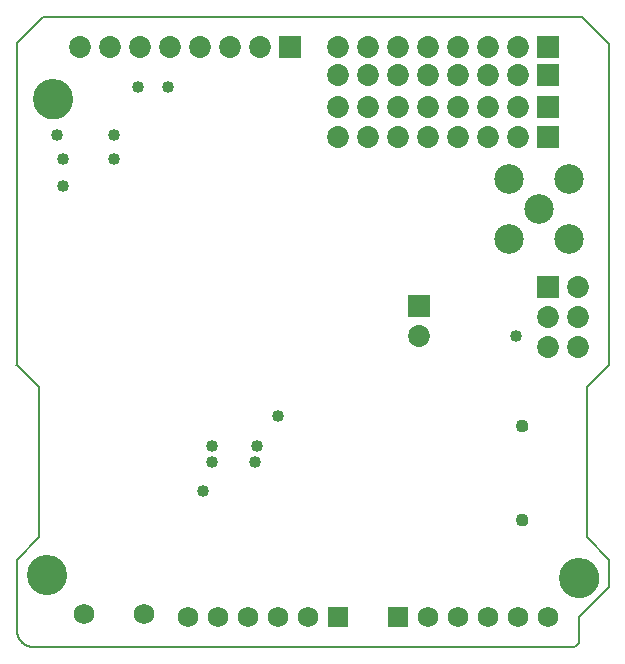
<source format=gbs>
G75*
%MOIN*%
%OFA0B0*%
%FSLAX25Y25*%
%IPPOS*%
%LPD*%
%AMOC8*
5,1,8,0,0,1.08239X$1,22.5*
%
%ADD10C,0.00800*%
%ADD11C,0.00000*%
%ADD12C,0.13398*%
%ADD13C,0.04300*%
%ADD14R,0.07300X0.07300*%
%ADD15C,0.07300*%
%ADD16C,0.06800*%
%ADD17R,0.06800X0.06800*%
%ADD18C,0.09855*%
%ADD19C,0.03981*%
D10*
X0002167Y0007057D02*
X0002167Y0021150D01*
X0002167Y0021400D02*
X0002167Y0030400D01*
X0009667Y0037900D01*
X0009667Y0087900D01*
X0002167Y0095400D01*
X0001917Y0095400D01*
X0002167Y0095400D02*
X0002167Y0202650D01*
X0010917Y0211400D01*
X0190667Y0211400D01*
X0199667Y0202400D01*
X0199667Y0095400D01*
X0192167Y0087900D01*
X0192167Y0037900D01*
X0199667Y0030400D01*
X0199667Y0021400D01*
X0189667Y0011400D01*
X0189667Y0003900D01*
X0189665Y0003802D01*
X0189659Y0003704D01*
X0189650Y0003606D01*
X0189636Y0003509D01*
X0189619Y0003412D01*
X0189598Y0003316D01*
X0189573Y0003221D01*
X0189545Y0003127D01*
X0189512Y0003035D01*
X0189477Y0002943D01*
X0189437Y0002853D01*
X0189395Y0002765D01*
X0189348Y0002678D01*
X0189299Y0002594D01*
X0189246Y0002511D01*
X0189190Y0002431D01*
X0189130Y0002352D01*
X0189068Y0002276D01*
X0189003Y0002203D01*
X0188935Y0002132D01*
X0188864Y0002064D01*
X0188791Y0001999D01*
X0188715Y0001937D01*
X0188636Y0001877D01*
X0188556Y0001821D01*
X0188473Y0001768D01*
X0188389Y0001719D01*
X0188302Y0001672D01*
X0188214Y0001630D01*
X0188124Y0001590D01*
X0188032Y0001555D01*
X0187940Y0001522D01*
X0187846Y0001494D01*
X0187751Y0001469D01*
X0187655Y0001448D01*
X0187558Y0001431D01*
X0187461Y0001417D01*
X0187363Y0001408D01*
X0187265Y0001402D01*
X0187167Y0001400D01*
X0007824Y0001400D01*
X0007676Y0001402D01*
X0007528Y0001408D01*
X0007380Y0001417D01*
X0007233Y0001431D01*
X0007086Y0001448D01*
X0006939Y0001470D01*
X0006793Y0001495D01*
X0006648Y0001524D01*
X0006503Y0001556D01*
X0006360Y0001593D01*
X0006217Y0001633D01*
X0006076Y0001677D01*
X0005936Y0001724D01*
X0005797Y0001776D01*
X0005659Y0001831D01*
X0005523Y0001889D01*
X0005389Y0001951D01*
X0005256Y0002017D01*
X0005125Y0002086D01*
X0004996Y0002158D01*
X0004868Y0002234D01*
X0004743Y0002313D01*
X0004620Y0002395D01*
X0004499Y0002480D01*
X0004380Y0002569D01*
X0004264Y0002661D01*
X0004150Y0002755D01*
X0004039Y0002853D01*
X0003930Y0002954D01*
X0003824Y0003057D01*
X0003721Y0003163D01*
X0003620Y0003272D01*
X0003522Y0003383D01*
X0003428Y0003497D01*
X0003336Y0003613D01*
X0003247Y0003732D01*
X0003162Y0003853D01*
X0003080Y0003976D01*
X0003001Y0004101D01*
X0002925Y0004228D01*
X0002853Y0004358D01*
X0002784Y0004489D01*
X0002718Y0004622D01*
X0002656Y0004756D01*
X0002598Y0004892D01*
X0002543Y0005030D01*
X0002491Y0005169D01*
X0002444Y0005309D01*
X0002400Y0005450D01*
X0002360Y0005593D01*
X0002323Y0005736D01*
X0002291Y0005881D01*
X0002262Y0006026D01*
X0002237Y0006172D01*
X0002215Y0006319D01*
X0002198Y0006466D01*
X0002184Y0006613D01*
X0002175Y0006761D01*
X0002169Y0006909D01*
X0002167Y0007057D01*
D11*
X0005868Y0025400D02*
X0005870Y0025558D01*
X0005876Y0025716D01*
X0005886Y0025874D01*
X0005900Y0026032D01*
X0005918Y0026189D01*
X0005939Y0026346D01*
X0005965Y0026502D01*
X0005995Y0026658D01*
X0006028Y0026813D01*
X0006066Y0026966D01*
X0006107Y0027119D01*
X0006152Y0027271D01*
X0006201Y0027422D01*
X0006254Y0027571D01*
X0006310Y0027719D01*
X0006370Y0027865D01*
X0006434Y0028010D01*
X0006502Y0028153D01*
X0006573Y0028295D01*
X0006647Y0028435D01*
X0006725Y0028572D01*
X0006807Y0028708D01*
X0006891Y0028842D01*
X0006980Y0028973D01*
X0007071Y0029102D01*
X0007166Y0029229D01*
X0007263Y0029354D01*
X0007364Y0029476D01*
X0007468Y0029595D01*
X0007575Y0029712D01*
X0007685Y0029826D01*
X0007798Y0029937D01*
X0007913Y0030046D01*
X0008031Y0030151D01*
X0008152Y0030253D01*
X0008275Y0030353D01*
X0008401Y0030449D01*
X0008529Y0030542D01*
X0008659Y0030632D01*
X0008792Y0030718D01*
X0008927Y0030802D01*
X0009063Y0030881D01*
X0009202Y0030958D01*
X0009343Y0031030D01*
X0009485Y0031100D01*
X0009629Y0031165D01*
X0009775Y0031227D01*
X0009922Y0031285D01*
X0010071Y0031340D01*
X0010221Y0031391D01*
X0010372Y0031438D01*
X0010524Y0031481D01*
X0010677Y0031520D01*
X0010832Y0031556D01*
X0010987Y0031587D01*
X0011143Y0031615D01*
X0011299Y0031639D01*
X0011456Y0031659D01*
X0011614Y0031675D01*
X0011771Y0031687D01*
X0011930Y0031695D01*
X0012088Y0031699D01*
X0012246Y0031699D01*
X0012404Y0031695D01*
X0012563Y0031687D01*
X0012720Y0031675D01*
X0012878Y0031659D01*
X0013035Y0031639D01*
X0013191Y0031615D01*
X0013347Y0031587D01*
X0013502Y0031556D01*
X0013657Y0031520D01*
X0013810Y0031481D01*
X0013962Y0031438D01*
X0014113Y0031391D01*
X0014263Y0031340D01*
X0014412Y0031285D01*
X0014559Y0031227D01*
X0014705Y0031165D01*
X0014849Y0031100D01*
X0014991Y0031030D01*
X0015132Y0030958D01*
X0015271Y0030881D01*
X0015407Y0030802D01*
X0015542Y0030718D01*
X0015675Y0030632D01*
X0015805Y0030542D01*
X0015933Y0030449D01*
X0016059Y0030353D01*
X0016182Y0030253D01*
X0016303Y0030151D01*
X0016421Y0030046D01*
X0016536Y0029937D01*
X0016649Y0029826D01*
X0016759Y0029712D01*
X0016866Y0029595D01*
X0016970Y0029476D01*
X0017071Y0029354D01*
X0017168Y0029229D01*
X0017263Y0029102D01*
X0017354Y0028973D01*
X0017443Y0028842D01*
X0017527Y0028708D01*
X0017609Y0028572D01*
X0017687Y0028435D01*
X0017761Y0028295D01*
X0017832Y0028153D01*
X0017900Y0028010D01*
X0017964Y0027865D01*
X0018024Y0027719D01*
X0018080Y0027571D01*
X0018133Y0027422D01*
X0018182Y0027271D01*
X0018227Y0027119D01*
X0018268Y0026966D01*
X0018306Y0026813D01*
X0018339Y0026658D01*
X0018369Y0026502D01*
X0018395Y0026346D01*
X0018416Y0026189D01*
X0018434Y0026032D01*
X0018448Y0025874D01*
X0018458Y0025716D01*
X0018464Y0025558D01*
X0018466Y0025400D01*
X0018464Y0025242D01*
X0018458Y0025084D01*
X0018448Y0024926D01*
X0018434Y0024768D01*
X0018416Y0024611D01*
X0018395Y0024454D01*
X0018369Y0024298D01*
X0018339Y0024142D01*
X0018306Y0023987D01*
X0018268Y0023834D01*
X0018227Y0023681D01*
X0018182Y0023529D01*
X0018133Y0023378D01*
X0018080Y0023229D01*
X0018024Y0023081D01*
X0017964Y0022935D01*
X0017900Y0022790D01*
X0017832Y0022647D01*
X0017761Y0022505D01*
X0017687Y0022365D01*
X0017609Y0022228D01*
X0017527Y0022092D01*
X0017443Y0021958D01*
X0017354Y0021827D01*
X0017263Y0021698D01*
X0017168Y0021571D01*
X0017071Y0021446D01*
X0016970Y0021324D01*
X0016866Y0021205D01*
X0016759Y0021088D01*
X0016649Y0020974D01*
X0016536Y0020863D01*
X0016421Y0020754D01*
X0016303Y0020649D01*
X0016182Y0020547D01*
X0016059Y0020447D01*
X0015933Y0020351D01*
X0015805Y0020258D01*
X0015675Y0020168D01*
X0015542Y0020082D01*
X0015407Y0019998D01*
X0015271Y0019919D01*
X0015132Y0019842D01*
X0014991Y0019770D01*
X0014849Y0019700D01*
X0014705Y0019635D01*
X0014559Y0019573D01*
X0014412Y0019515D01*
X0014263Y0019460D01*
X0014113Y0019409D01*
X0013962Y0019362D01*
X0013810Y0019319D01*
X0013657Y0019280D01*
X0013502Y0019244D01*
X0013347Y0019213D01*
X0013191Y0019185D01*
X0013035Y0019161D01*
X0012878Y0019141D01*
X0012720Y0019125D01*
X0012563Y0019113D01*
X0012404Y0019105D01*
X0012246Y0019101D01*
X0012088Y0019101D01*
X0011930Y0019105D01*
X0011771Y0019113D01*
X0011614Y0019125D01*
X0011456Y0019141D01*
X0011299Y0019161D01*
X0011143Y0019185D01*
X0010987Y0019213D01*
X0010832Y0019244D01*
X0010677Y0019280D01*
X0010524Y0019319D01*
X0010372Y0019362D01*
X0010221Y0019409D01*
X0010071Y0019460D01*
X0009922Y0019515D01*
X0009775Y0019573D01*
X0009629Y0019635D01*
X0009485Y0019700D01*
X0009343Y0019770D01*
X0009202Y0019842D01*
X0009063Y0019919D01*
X0008927Y0019998D01*
X0008792Y0020082D01*
X0008659Y0020168D01*
X0008529Y0020258D01*
X0008401Y0020351D01*
X0008275Y0020447D01*
X0008152Y0020547D01*
X0008031Y0020649D01*
X0007913Y0020754D01*
X0007798Y0020863D01*
X0007685Y0020974D01*
X0007575Y0021088D01*
X0007468Y0021205D01*
X0007364Y0021324D01*
X0007263Y0021446D01*
X0007166Y0021571D01*
X0007071Y0021698D01*
X0006980Y0021827D01*
X0006891Y0021958D01*
X0006807Y0022092D01*
X0006725Y0022228D01*
X0006647Y0022365D01*
X0006573Y0022505D01*
X0006502Y0022647D01*
X0006434Y0022790D01*
X0006370Y0022935D01*
X0006310Y0023081D01*
X0006254Y0023229D01*
X0006201Y0023378D01*
X0006152Y0023529D01*
X0006107Y0023681D01*
X0006066Y0023834D01*
X0006028Y0023987D01*
X0005995Y0024142D01*
X0005965Y0024298D01*
X0005939Y0024454D01*
X0005918Y0024611D01*
X0005900Y0024768D01*
X0005886Y0024926D01*
X0005876Y0025084D01*
X0005870Y0025242D01*
X0005868Y0025400D01*
X0168830Y0043664D02*
X0168832Y0043747D01*
X0168838Y0043830D01*
X0168848Y0043913D01*
X0168862Y0043995D01*
X0168879Y0044077D01*
X0168901Y0044157D01*
X0168926Y0044236D01*
X0168955Y0044314D01*
X0168988Y0044391D01*
X0169025Y0044466D01*
X0169064Y0044539D01*
X0169108Y0044610D01*
X0169154Y0044679D01*
X0169204Y0044746D01*
X0169257Y0044810D01*
X0169313Y0044872D01*
X0169372Y0044931D01*
X0169434Y0044987D01*
X0169498Y0045040D01*
X0169565Y0045090D01*
X0169634Y0045136D01*
X0169705Y0045180D01*
X0169778Y0045219D01*
X0169853Y0045256D01*
X0169930Y0045289D01*
X0170008Y0045318D01*
X0170087Y0045343D01*
X0170167Y0045365D01*
X0170249Y0045382D01*
X0170331Y0045396D01*
X0170414Y0045406D01*
X0170497Y0045412D01*
X0170580Y0045414D01*
X0170663Y0045412D01*
X0170746Y0045406D01*
X0170829Y0045396D01*
X0170911Y0045382D01*
X0170993Y0045365D01*
X0171073Y0045343D01*
X0171152Y0045318D01*
X0171230Y0045289D01*
X0171307Y0045256D01*
X0171382Y0045219D01*
X0171455Y0045180D01*
X0171526Y0045136D01*
X0171595Y0045090D01*
X0171662Y0045040D01*
X0171726Y0044987D01*
X0171788Y0044931D01*
X0171847Y0044872D01*
X0171903Y0044810D01*
X0171956Y0044746D01*
X0172006Y0044679D01*
X0172052Y0044610D01*
X0172096Y0044539D01*
X0172135Y0044466D01*
X0172172Y0044391D01*
X0172205Y0044314D01*
X0172234Y0044236D01*
X0172259Y0044157D01*
X0172281Y0044077D01*
X0172298Y0043995D01*
X0172312Y0043913D01*
X0172322Y0043830D01*
X0172328Y0043747D01*
X0172330Y0043664D01*
X0172328Y0043581D01*
X0172322Y0043498D01*
X0172312Y0043415D01*
X0172298Y0043333D01*
X0172281Y0043251D01*
X0172259Y0043171D01*
X0172234Y0043092D01*
X0172205Y0043014D01*
X0172172Y0042937D01*
X0172135Y0042862D01*
X0172096Y0042789D01*
X0172052Y0042718D01*
X0172006Y0042649D01*
X0171956Y0042582D01*
X0171903Y0042518D01*
X0171847Y0042456D01*
X0171788Y0042397D01*
X0171726Y0042341D01*
X0171662Y0042288D01*
X0171595Y0042238D01*
X0171526Y0042192D01*
X0171455Y0042148D01*
X0171382Y0042109D01*
X0171307Y0042072D01*
X0171230Y0042039D01*
X0171152Y0042010D01*
X0171073Y0041985D01*
X0170993Y0041963D01*
X0170911Y0041946D01*
X0170829Y0041932D01*
X0170746Y0041922D01*
X0170663Y0041916D01*
X0170580Y0041914D01*
X0170497Y0041916D01*
X0170414Y0041922D01*
X0170331Y0041932D01*
X0170249Y0041946D01*
X0170167Y0041963D01*
X0170087Y0041985D01*
X0170008Y0042010D01*
X0169930Y0042039D01*
X0169853Y0042072D01*
X0169778Y0042109D01*
X0169705Y0042148D01*
X0169634Y0042192D01*
X0169565Y0042238D01*
X0169498Y0042288D01*
X0169434Y0042341D01*
X0169372Y0042397D01*
X0169313Y0042456D01*
X0169257Y0042518D01*
X0169204Y0042582D01*
X0169154Y0042649D01*
X0169108Y0042718D01*
X0169064Y0042789D01*
X0169025Y0042862D01*
X0168988Y0042937D01*
X0168955Y0043014D01*
X0168926Y0043092D01*
X0168901Y0043171D01*
X0168879Y0043251D01*
X0168862Y0043333D01*
X0168848Y0043415D01*
X0168838Y0043498D01*
X0168832Y0043581D01*
X0168830Y0043664D01*
X0183368Y0024400D02*
X0183370Y0024558D01*
X0183376Y0024716D01*
X0183386Y0024874D01*
X0183400Y0025032D01*
X0183418Y0025189D01*
X0183439Y0025346D01*
X0183465Y0025502D01*
X0183495Y0025658D01*
X0183528Y0025813D01*
X0183566Y0025966D01*
X0183607Y0026119D01*
X0183652Y0026271D01*
X0183701Y0026422D01*
X0183754Y0026571D01*
X0183810Y0026719D01*
X0183870Y0026865D01*
X0183934Y0027010D01*
X0184002Y0027153D01*
X0184073Y0027295D01*
X0184147Y0027435D01*
X0184225Y0027572D01*
X0184307Y0027708D01*
X0184391Y0027842D01*
X0184480Y0027973D01*
X0184571Y0028102D01*
X0184666Y0028229D01*
X0184763Y0028354D01*
X0184864Y0028476D01*
X0184968Y0028595D01*
X0185075Y0028712D01*
X0185185Y0028826D01*
X0185298Y0028937D01*
X0185413Y0029046D01*
X0185531Y0029151D01*
X0185652Y0029253D01*
X0185775Y0029353D01*
X0185901Y0029449D01*
X0186029Y0029542D01*
X0186159Y0029632D01*
X0186292Y0029718D01*
X0186427Y0029802D01*
X0186563Y0029881D01*
X0186702Y0029958D01*
X0186843Y0030030D01*
X0186985Y0030100D01*
X0187129Y0030165D01*
X0187275Y0030227D01*
X0187422Y0030285D01*
X0187571Y0030340D01*
X0187721Y0030391D01*
X0187872Y0030438D01*
X0188024Y0030481D01*
X0188177Y0030520D01*
X0188332Y0030556D01*
X0188487Y0030587D01*
X0188643Y0030615D01*
X0188799Y0030639D01*
X0188956Y0030659D01*
X0189114Y0030675D01*
X0189271Y0030687D01*
X0189430Y0030695D01*
X0189588Y0030699D01*
X0189746Y0030699D01*
X0189904Y0030695D01*
X0190063Y0030687D01*
X0190220Y0030675D01*
X0190378Y0030659D01*
X0190535Y0030639D01*
X0190691Y0030615D01*
X0190847Y0030587D01*
X0191002Y0030556D01*
X0191157Y0030520D01*
X0191310Y0030481D01*
X0191462Y0030438D01*
X0191613Y0030391D01*
X0191763Y0030340D01*
X0191912Y0030285D01*
X0192059Y0030227D01*
X0192205Y0030165D01*
X0192349Y0030100D01*
X0192491Y0030030D01*
X0192632Y0029958D01*
X0192771Y0029881D01*
X0192907Y0029802D01*
X0193042Y0029718D01*
X0193175Y0029632D01*
X0193305Y0029542D01*
X0193433Y0029449D01*
X0193559Y0029353D01*
X0193682Y0029253D01*
X0193803Y0029151D01*
X0193921Y0029046D01*
X0194036Y0028937D01*
X0194149Y0028826D01*
X0194259Y0028712D01*
X0194366Y0028595D01*
X0194470Y0028476D01*
X0194571Y0028354D01*
X0194668Y0028229D01*
X0194763Y0028102D01*
X0194854Y0027973D01*
X0194943Y0027842D01*
X0195027Y0027708D01*
X0195109Y0027572D01*
X0195187Y0027435D01*
X0195261Y0027295D01*
X0195332Y0027153D01*
X0195400Y0027010D01*
X0195464Y0026865D01*
X0195524Y0026719D01*
X0195580Y0026571D01*
X0195633Y0026422D01*
X0195682Y0026271D01*
X0195727Y0026119D01*
X0195768Y0025966D01*
X0195806Y0025813D01*
X0195839Y0025658D01*
X0195869Y0025502D01*
X0195895Y0025346D01*
X0195916Y0025189D01*
X0195934Y0025032D01*
X0195948Y0024874D01*
X0195958Y0024716D01*
X0195964Y0024558D01*
X0195966Y0024400D01*
X0195964Y0024242D01*
X0195958Y0024084D01*
X0195948Y0023926D01*
X0195934Y0023768D01*
X0195916Y0023611D01*
X0195895Y0023454D01*
X0195869Y0023298D01*
X0195839Y0023142D01*
X0195806Y0022987D01*
X0195768Y0022834D01*
X0195727Y0022681D01*
X0195682Y0022529D01*
X0195633Y0022378D01*
X0195580Y0022229D01*
X0195524Y0022081D01*
X0195464Y0021935D01*
X0195400Y0021790D01*
X0195332Y0021647D01*
X0195261Y0021505D01*
X0195187Y0021365D01*
X0195109Y0021228D01*
X0195027Y0021092D01*
X0194943Y0020958D01*
X0194854Y0020827D01*
X0194763Y0020698D01*
X0194668Y0020571D01*
X0194571Y0020446D01*
X0194470Y0020324D01*
X0194366Y0020205D01*
X0194259Y0020088D01*
X0194149Y0019974D01*
X0194036Y0019863D01*
X0193921Y0019754D01*
X0193803Y0019649D01*
X0193682Y0019547D01*
X0193559Y0019447D01*
X0193433Y0019351D01*
X0193305Y0019258D01*
X0193175Y0019168D01*
X0193042Y0019082D01*
X0192907Y0018998D01*
X0192771Y0018919D01*
X0192632Y0018842D01*
X0192491Y0018770D01*
X0192349Y0018700D01*
X0192205Y0018635D01*
X0192059Y0018573D01*
X0191912Y0018515D01*
X0191763Y0018460D01*
X0191613Y0018409D01*
X0191462Y0018362D01*
X0191310Y0018319D01*
X0191157Y0018280D01*
X0191002Y0018244D01*
X0190847Y0018213D01*
X0190691Y0018185D01*
X0190535Y0018161D01*
X0190378Y0018141D01*
X0190220Y0018125D01*
X0190063Y0018113D01*
X0189904Y0018105D01*
X0189746Y0018101D01*
X0189588Y0018101D01*
X0189430Y0018105D01*
X0189271Y0018113D01*
X0189114Y0018125D01*
X0188956Y0018141D01*
X0188799Y0018161D01*
X0188643Y0018185D01*
X0188487Y0018213D01*
X0188332Y0018244D01*
X0188177Y0018280D01*
X0188024Y0018319D01*
X0187872Y0018362D01*
X0187721Y0018409D01*
X0187571Y0018460D01*
X0187422Y0018515D01*
X0187275Y0018573D01*
X0187129Y0018635D01*
X0186985Y0018700D01*
X0186843Y0018770D01*
X0186702Y0018842D01*
X0186563Y0018919D01*
X0186427Y0018998D01*
X0186292Y0019082D01*
X0186159Y0019168D01*
X0186029Y0019258D01*
X0185901Y0019351D01*
X0185775Y0019447D01*
X0185652Y0019547D01*
X0185531Y0019649D01*
X0185413Y0019754D01*
X0185298Y0019863D01*
X0185185Y0019974D01*
X0185075Y0020088D01*
X0184968Y0020205D01*
X0184864Y0020324D01*
X0184763Y0020446D01*
X0184666Y0020571D01*
X0184571Y0020698D01*
X0184480Y0020827D01*
X0184391Y0020958D01*
X0184307Y0021092D01*
X0184225Y0021228D01*
X0184147Y0021365D01*
X0184073Y0021505D01*
X0184002Y0021647D01*
X0183934Y0021790D01*
X0183870Y0021935D01*
X0183810Y0022081D01*
X0183754Y0022229D01*
X0183701Y0022378D01*
X0183652Y0022529D01*
X0183607Y0022681D01*
X0183566Y0022834D01*
X0183528Y0022987D01*
X0183495Y0023142D01*
X0183465Y0023298D01*
X0183439Y0023454D01*
X0183418Y0023611D01*
X0183400Y0023768D01*
X0183386Y0023926D01*
X0183376Y0024084D01*
X0183370Y0024242D01*
X0183368Y0024400D01*
X0168830Y0075160D02*
X0168832Y0075243D01*
X0168838Y0075326D01*
X0168848Y0075409D01*
X0168862Y0075491D01*
X0168879Y0075573D01*
X0168901Y0075653D01*
X0168926Y0075732D01*
X0168955Y0075810D01*
X0168988Y0075887D01*
X0169025Y0075962D01*
X0169064Y0076035D01*
X0169108Y0076106D01*
X0169154Y0076175D01*
X0169204Y0076242D01*
X0169257Y0076306D01*
X0169313Y0076368D01*
X0169372Y0076427D01*
X0169434Y0076483D01*
X0169498Y0076536D01*
X0169565Y0076586D01*
X0169634Y0076632D01*
X0169705Y0076676D01*
X0169778Y0076715D01*
X0169853Y0076752D01*
X0169930Y0076785D01*
X0170008Y0076814D01*
X0170087Y0076839D01*
X0170167Y0076861D01*
X0170249Y0076878D01*
X0170331Y0076892D01*
X0170414Y0076902D01*
X0170497Y0076908D01*
X0170580Y0076910D01*
X0170663Y0076908D01*
X0170746Y0076902D01*
X0170829Y0076892D01*
X0170911Y0076878D01*
X0170993Y0076861D01*
X0171073Y0076839D01*
X0171152Y0076814D01*
X0171230Y0076785D01*
X0171307Y0076752D01*
X0171382Y0076715D01*
X0171455Y0076676D01*
X0171526Y0076632D01*
X0171595Y0076586D01*
X0171662Y0076536D01*
X0171726Y0076483D01*
X0171788Y0076427D01*
X0171847Y0076368D01*
X0171903Y0076306D01*
X0171956Y0076242D01*
X0172006Y0076175D01*
X0172052Y0076106D01*
X0172096Y0076035D01*
X0172135Y0075962D01*
X0172172Y0075887D01*
X0172205Y0075810D01*
X0172234Y0075732D01*
X0172259Y0075653D01*
X0172281Y0075573D01*
X0172298Y0075491D01*
X0172312Y0075409D01*
X0172322Y0075326D01*
X0172328Y0075243D01*
X0172330Y0075160D01*
X0172328Y0075077D01*
X0172322Y0074994D01*
X0172312Y0074911D01*
X0172298Y0074829D01*
X0172281Y0074747D01*
X0172259Y0074667D01*
X0172234Y0074588D01*
X0172205Y0074510D01*
X0172172Y0074433D01*
X0172135Y0074358D01*
X0172096Y0074285D01*
X0172052Y0074214D01*
X0172006Y0074145D01*
X0171956Y0074078D01*
X0171903Y0074014D01*
X0171847Y0073952D01*
X0171788Y0073893D01*
X0171726Y0073837D01*
X0171662Y0073784D01*
X0171595Y0073734D01*
X0171526Y0073688D01*
X0171455Y0073644D01*
X0171382Y0073605D01*
X0171307Y0073568D01*
X0171230Y0073535D01*
X0171152Y0073506D01*
X0171073Y0073481D01*
X0170993Y0073459D01*
X0170911Y0073442D01*
X0170829Y0073428D01*
X0170746Y0073418D01*
X0170663Y0073412D01*
X0170580Y0073410D01*
X0170497Y0073412D01*
X0170414Y0073418D01*
X0170331Y0073428D01*
X0170249Y0073442D01*
X0170167Y0073459D01*
X0170087Y0073481D01*
X0170008Y0073506D01*
X0169930Y0073535D01*
X0169853Y0073568D01*
X0169778Y0073605D01*
X0169705Y0073644D01*
X0169634Y0073688D01*
X0169565Y0073734D01*
X0169498Y0073784D01*
X0169434Y0073837D01*
X0169372Y0073893D01*
X0169313Y0073952D01*
X0169257Y0074014D01*
X0169204Y0074078D01*
X0169154Y0074145D01*
X0169108Y0074214D01*
X0169064Y0074285D01*
X0169025Y0074358D01*
X0168988Y0074433D01*
X0168955Y0074510D01*
X0168926Y0074588D01*
X0168901Y0074667D01*
X0168879Y0074747D01*
X0168862Y0074829D01*
X0168848Y0074911D01*
X0168838Y0074994D01*
X0168832Y0075077D01*
X0168830Y0075160D01*
X0007868Y0183900D02*
X0007870Y0184058D01*
X0007876Y0184216D01*
X0007886Y0184374D01*
X0007900Y0184532D01*
X0007918Y0184689D01*
X0007939Y0184846D01*
X0007965Y0185002D01*
X0007995Y0185158D01*
X0008028Y0185313D01*
X0008066Y0185466D01*
X0008107Y0185619D01*
X0008152Y0185771D01*
X0008201Y0185922D01*
X0008254Y0186071D01*
X0008310Y0186219D01*
X0008370Y0186365D01*
X0008434Y0186510D01*
X0008502Y0186653D01*
X0008573Y0186795D01*
X0008647Y0186935D01*
X0008725Y0187072D01*
X0008807Y0187208D01*
X0008891Y0187342D01*
X0008980Y0187473D01*
X0009071Y0187602D01*
X0009166Y0187729D01*
X0009263Y0187854D01*
X0009364Y0187976D01*
X0009468Y0188095D01*
X0009575Y0188212D01*
X0009685Y0188326D01*
X0009798Y0188437D01*
X0009913Y0188546D01*
X0010031Y0188651D01*
X0010152Y0188753D01*
X0010275Y0188853D01*
X0010401Y0188949D01*
X0010529Y0189042D01*
X0010659Y0189132D01*
X0010792Y0189218D01*
X0010927Y0189302D01*
X0011063Y0189381D01*
X0011202Y0189458D01*
X0011343Y0189530D01*
X0011485Y0189600D01*
X0011629Y0189665D01*
X0011775Y0189727D01*
X0011922Y0189785D01*
X0012071Y0189840D01*
X0012221Y0189891D01*
X0012372Y0189938D01*
X0012524Y0189981D01*
X0012677Y0190020D01*
X0012832Y0190056D01*
X0012987Y0190087D01*
X0013143Y0190115D01*
X0013299Y0190139D01*
X0013456Y0190159D01*
X0013614Y0190175D01*
X0013771Y0190187D01*
X0013930Y0190195D01*
X0014088Y0190199D01*
X0014246Y0190199D01*
X0014404Y0190195D01*
X0014563Y0190187D01*
X0014720Y0190175D01*
X0014878Y0190159D01*
X0015035Y0190139D01*
X0015191Y0190115D01*
X0015347Y0190087D01*
X0015502Y0190056D01*
X0015657Y0190020D01*
X0015810Y0189981D01*
X0015962Y0189938D01*
X0016113Y0189891D01*
X0016263Y0189840D01*
X0016412Y0189785D01*
X0016559Y0189727D01*
X0016705Y0189665D01*
X0016849Y0189600D01*
X0016991Y0189530D01*
X0017132Y0189458D01*
X0017271Y0189381D01*
X0017407Y0189302D01*
X0017542Y0189218D01*
X0017675Y0189132D01*
X0017805Y0189042D01*
X0017933Y0188949D01*
X0018059Y0188853D01*
X0018182Y0188753D01*
X0018303Y0188651D01*
X0018421Y0188546D01*
X0018536Y0188437D01*
X0018649Y0188326D01*
X0018759Y0188212D01*
X0018866Y0188095D01*
X0018970Y0187976D01*
X0019071Y0187854D01*
X0019168Y0187729D01*
X0019263Y0187602D01*
X0019354Y0187473D01*
X0019443Y0187342D01*
X0019527Y0187208D01*
X0019609Y0187072D01*
X0019687Y0186935D01*
X0019761Y0186795D01*
X0019832Y0186653D01*
X0019900Y0186510D01*
X0019964Y0186365D01*
X0020024Y0186219D01*
X0020080Y0186071D01*
X0020133Y0185922D01*
X0020182Y0185771D01*
X0020227Y0185619D01*
X0020268Y0185466D01*
X0020306Y0185313D01*
X0020339Y0185158D01*
X0020369Y0185002D01*
X0020395Y0184846D01*
X0020416Y0184689D01*
X0020434Y0184532D01*
X0020448Y0184374D01*
X0020458Y0184216D01*
X0020464Y0184058D01*
X0020466Y0183900D01*
X0020464Y0183742D01*
X0020458Y0183584D01*
X0020448Y0183426D01*
X0020434Y0183268D01*
X0020416Y0183111D01*
X0020395Y0182954D01*
X0020369Y0182798D01*
X0020339Y0182642D01*
X0020306Y0182487D01*
X0020268Y0182334D01*
X0020227Y0182181D01*
X0020182Y0182029D01*
X0020133Y0181878D01*
X0020080Y0181729D01*
X0020024Y0181581D01*
X0019964Y0181435D01*
X0019900Y0181290D01*
X0019832Y0181147D01*
X0019761Y0181005D01*
X0019687Y0180865D01*
X0019609Y0180728D01*
X0019527Y0180592D01*
X0019443Y0180458D01*
X0019354Y0180327D01*
X0019263Y0180198D01*
X0019168Y0180071D01*
X0019071Y0179946D01*
X0018970Y0179824D01*
X0018866Y0179705D01*
X0018759Y0179588D01*
X0018649Y0179474D01*
X0018536Y0179363D01*
X0018421Y0179254D01*
X0018303Y0179149D01*
X0018182Y0179047D01*
X0018059Y0178947D01*
X0017933Y0178851D01*
X0017805Y0178758D01*
X0017675Y0178668D01*
X0017542Y0178582D01*
X0017407Y0178498D01*
X0017271Y0178419D01*
X0017132Y0178342D01*
X0016991Y0178270D01*
X0016849Y0178200D01*
X0016705Y0178135D01*
X0016559Y0178073D01*
X0016412Y0178015D01*
X0016263Y0177960D01*
X0016113Y0177909D01*
X0015962Y0177862D01*
X0015810Y0177819D01*
X0015657Y0177780D01*
X0015502Y0177744D01*
X0015347Y0177713D01*
X0015191Y0177685D01*
X0015035Y0177661D01*
X0014878Y0177641D01*
X0014720Y0177625D01*
X0014563Y0177613D01*
X0014404Y0177605D01*
X0014246Y0177601D01*
X0014088Y0177601D01*
X0013930Y0177605D01*
X0013771Y0177613D01*
X0013614Y0177625D01*
X0013456Y0177641D01*
X0013299Y0177661D01*
X0013143Y0177685D01*
X0012987Y0177713D01*
X0012832Y0177744D01*
X0012677Y0177780D01*
X0012524Y0177819D01*
X0012372Y0177862D01*
X0012221Y0177909D01*
X0012071Y0177960D01*
X0011922Y0178015D01*
X0011775Y0178073D01*
X0011629Y0178135D01*
X0011485Y0178200D01*
X0011343Y0178270D01*
X0011202Y0178342D01*
X0011063Y0178419D01*
X0010927Y0178498D01*
X0010792Y0178582D01*
X0010659Y0178668D01*
X0010529Y0178758D01*
X0010401Y0178851D01*
X0010275Y0178947D01*
X0010152Y0179047D01*
X0010031Y0179149D01*
X0009913Y0179254D01*
X0009798Y0179363D01*
X0009685Y0179474D01*
X0009575Y0179588D01*
X0009468Y0179705D01*
X0009364Y0179824D01*
X0009263Y0179946D01*
X0009166Y0180071D01*
X0009071Y0180198D01*
X0008980Y0180327D01*
X0008891Y0180458D01*
X0008807Y0180592D01*
X0008725Y0180728D01*
X0008647Y0180865D01*
X0008573Y0181005D01*
X0008502Y0181147D01*
X0008434Y0181290D01*
X0008370Y0181435D01*
X0008310Y0181581D01*
X0008254Y0181729D01*
X0008201Y0181878D01*
X0008152Y0182029D01*
X0008107Y0182181D01*
X0008066Y0182334D01*
X0008028Y0182487D01*
X0007995Y0182642D01*
X0007965Y0182798D01*
X0007939Y0182954D01*
X0007918Y0183111D01*
X0007900Y0183268D01*
X0007886Y0183426D01*
X0007876Y0183584D01*
X0007870Y0183742D01*
X0007868Y0183900D01*
D12*
X0014167Y0183900D03*
X0012167Y0025400D03*
X0189667Y0024400D03*
D13*
X0170580Y0043664D03*
X0170580Y0075160D03*
D14*
X0136167Y0114900D03*
X0179167Y0121400D03*
X0179167Y0171400D03*
X0179167Y0181400D03*
X0179167Y0191900D03*
X0179167Y0201400D03*
X0093167Y0201400D03*
D15*
X0083167Y0201400D03*
X0073167Y0201400D03*
X0063167Y0201400D03*
X0053167Y0201400D03*
X0043167Y0201400D03*
X0033167Y0201400D03*
X0023167Y0201400D03*
X0109167Y0201400D03*
X0119167Y0201400D03*
X0119167Y0191900D03*
X0109167Y0191900D03*
X0109167Y0181400D03*
X0119167Y0181400D03*
X0129167Y0181400D03*
X0139167Y0181400D03*
X0149167Y0181400D03*
X0149167Y0191900D03*
X0139167Y0191900D03*
X0129167Y0191900D03*
X0129167Y0201400D03*
X0139167Y0201400D03*
X0149167Y0201400D03*
X0159167Y0201400D03*
X0169167Y0201400D03*
X0169167Y0191900D03*
X0159167Y0191900D03*
X0159167Y0181400D03*
X0169167Y0181400D03*
X0169167Y0171400D03*
X0159167Y0171400D03*
X0149167Y0171400D03*
X0139167Y0171400D03*
X0129167Y0171400D03*
X0119167Y0171400D03*
X0109167Y0171400D03*
X0179167Y0111400D03*
X0189167Y0111400D03*
X0189167Y0121400D03*
X0189167Y0101400D03*
X0179167Y0101400D03*
X0136167Y0104900D03*
D16*
X0139167Y0011400D03*
X0149167Y0011400D03*
X0159167Y0011400D03*
X0169167Y0011400D03*
X0179167Y0011400D03*
X0099167Y0011400D03*
X0089167Y0011400D03*
X0079167Y0011400D03*
X0069167Y0011400D03*
X0059167Y0011400D03*
X0044667Y0012400D03*
X0024667Y0012400D03*
D17*
X0109167Y0011400D03*
X0129167Y0011400D03*
D18*
X0166127Y0137361D03*
X0176167Y0147400D03*
X0186206Y0157439D03*
X0166127Y0157439D03*
X0186206Y0137361D03*
D19*
X0168667Y0104900D03*
X0089167Y0078400D03*
X0082167Y0068400D03*
X0081667Y0062900D03*
X0067167Y0062900D03*
X0067167Y0068400D03*
X0064167Y0053400D03*
X0017667Y0154900D03*
X0017667Y0163900D03*
X0015667Y0171900D03*
X0034667Y0171900D03*
X0034667Y0163900D03*
X0042667Y0187900D03*
X0052667Y0187900D03*
M02*

</source>
